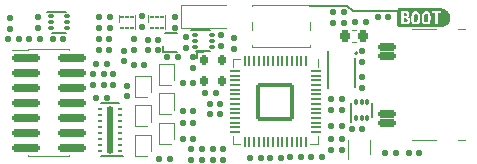
<source format=gbr>
G04 #@! TF.GenerationSoftware,KiCad,Pcbnew,(6.0.2)*
G04 #@! TF.CreationDate,2022-03-09T14:23:31+01:00*
G04 #@! TF.ProjectId,rs-probe,72732d70-726f-4626-952e-6b696361645f,rev?*
G04 #@! TF.SameCoordinates,Original*
G04 #@! TF.FileFunction,Legend,Top*
G04 #@! TF.FilePolarity,Positive*
%FSLAX46Y46*%
G04 Gerber Fmt 4.6, Leading zero omitted, Abs format (unit mm)*
G04 Created by KiCad (PCBNEW (6.0.2)) date 2022-03-09 14:23:31*
%MOMM*%
%LPD*%
G01*
G04 APERTURE LIST*
G04 Aperture macros list*
%AMRoundRect*
0 Rectangle with rounded corners*
0 $1 Rounding radius*
0 $2 $3 $4 $5 $6 $7 $8 $9 X,Y pos of 4 corners*
0 Add a 4 corners polygon primitive as box body*
4,1,4,$2,$3,$4,$5,$6,$7,$8,$9,$2,$3,0*
0 Add four circle primitives for the rounded corners*
1,1,$1+$1,$2,$3*
1,1,$1+$1,$4,$5*
1,1,$1+$1,$6,$7*
1,1,$1+$1,$8,$9*
0 Add four rect primitives between the rounded corners*
20,1,$1+$1,$2,$3,$4,$5,0*
20,1,$1+$1,$4,$5,$6,$7,0*
20,1,$1+$1,$6,$7,$8,$9,0*
20,1,$1+$1,$8,$9,$2,$3,0*%
%AMFreePoly0*
4,1,6,0.175000,-0.100000,-0.225000,-0.100000,-0.225000,-0.025000,-0.050000,0.150000,0.175000,0.150000,0.175000,-0.100000,0.175000,-0.100000,$1*%
%AMFreePoly1*
4,1,6,0.225000,-0.025000,0.225000,-0.100000,-0.175000,-0.100000,-0.175000,0.150000,0.050000,0.150000,0.225000,-0.025000,0.225000,-0.025000,$1*%
G04 Aperture macros list end*
%ADD10C,0.200000*%
%ADD11C,0.265000*%
%ADD12C,0.120000*%
%ADD13C,0.150000*%
%ADD14RoundRect,0.137500X-0.137500X-0.137500X0.137500X-0.137500X0.137500X0.137500X-0.137500X0.137500X0*%
%ADD15RoundRect,0.137500X-0.137500X0.137500X-0.137500X-0.137500X0.137500X-0.137500X0.137500X0.137500X0*%
%ADD16RoundRect,0.185000X-1.015000X-0.185000X1.015000X-0.185000X1.015000X0.185000X-1.015000X0.185000X0*%
%ADD17C,0.650000*%
%ADD18RoundRect,0.150000X0.575000X-0.150000X0.575000X0.150000X-0.575000X0.150000X-0.575000X-0.150000X0*%
%ADD19O,1.450000X0.300000*%
%ADD20O,2.100000X1.000000*%
%ADD21O,1.600000X1.000000*%
%ADD22RoundRect,0.125000X0.200000X0.000000X-0.200000X0.000000X-0.200000X0.000000X0.200000X0.000000X0*%
%ADD23RoundRect,0.125000X0.125000X1.925000X-0.125000X1.925000X-0.125000X-1.925000X0.125000X-1.925000X0*%
%ADD24RoundRect,0.137500X0.137500X-0.137500X0.137500X0.137500X-0.137500X0.137500X-0.137500X-0.137500X0*%
%ADD25RoundRect,0.050000X-0.050000X0.387500X-0.050000X-0.387500X0.050000X-0.387500X0.050000X0.387500X0*%
%ADD26RoundRect,0.050000X-0.387500X0.050000X-0.387500X-0.050000X0.387500X-0.050000X0.387500X0.050000X0*%
%ADD27RoundRect,0.144000X-1.456000X1.456000X-1.456000X-1.456000X1.456000X-1.456000X1.456000X1.456000X0*%
%ADD28R,0.330000X0.270000*%
%ADD29RoundRect,0.137500X0.137500X0.137500X-0.137500X0.137500X-0.137500X-0.137500X0.137500X-0.137500X0*%
%ADD30R,1.100000X1.100000*%
%ADD31FreePoly0,270.000000*%
%ADD32FreePoly1,90.000000*%
%ADD33FreePoly0,90.000000*%
%ADD34FreePoly1,270.000000*%
%ADD35RoundRect,0.120000X0.000000X-0.169706X0.169706X0.000000X0.000000X0.169706X-0.169706X0.000000X0*%
%ADD36RoundRect,0.075000X-0.150000X-0.075000X0.150000X-0.075000X0.150000X0.075000X-0.150000X0.075000X0*%
%ADD37RoundRect,0.062500X0.087500X-0.062500X0.087500X0.062500X-0.087500X0.062500X-0.087500X-0.062500X0*%
%ADD38R,0.940000X0.300000*%
%ADD39R,0.650000X0.850000*%
%ADD40O,0.250000X0.600000*%
%ADD41R,1.600000X0.200000*%
%ADD42RoundRect,0.075000X0.075000X-0.150000X0.075000X0.150000X-0.075000X0.150000X-0.075000X-0.150000X0*%
%ADD43RoundRect,0.218750X0.218750X0.256250X-0.218750X0.256250X-0.218750X-0.256250X0.218750X-0.256250X0*%
%ADD44RoundRect,0.175000X-0.175000X0.275000X-0.175000X-0.275000X0.175000X-0.275000X0.175000X0.275000X0*%
%ADD45R,1.450000X0.700000*%
%ADD46C,1.100000*%
%ADD47C,0.990600*%
G04 APERTURE END LIST*
D10*
X178550000Y-79750000D02*
X182300000Y-79750000D01*
X178100000Y-79300000D02*
X178550000Y-79750000D01*
X174950000Y-79300000D02*
X178100000Y-79300000D01*
D11*
X182400000Y-79650000D02*
X182400000Y-80950000D01*
D12*
X151035000Y-82995000D02*
X151035000Y-83060000D01*
X154565000Y-91940000D02*
X154565000Y-92005000D01*
X151035000Y-82995000D02*
X154565000Y-82995000D01*
X154565000Y-82995000D02*
X154565000Y-83060000D01*
X149710000Y-83060000D02*
X151035000Y-83060000D01*
X151035000Y-92005000D02*
X154565000Y-92005000D01*
X151035000Y-91940000D02*
X151035000Y-92005000D01*
X187500000Y-81300000D02*
X188040000Y-81300000D01*
X183600000Y-81300000D02*
X185600000Y-81300000D01*
X187500000Y-90700000D02*
X188040000Y-90700000D01*
X183600000Y-90700000D02*
X185600000Y-90700000D01*
D13*
X159100000Y-92050000D02*
X157200000Y-92050000D01*
X158800000Y-87550000D02*
X157200000Y-87550000D01*
D12*
X175610000Y-91010000D02*
X174960000Y-91010000D01*
X168390000Y-83790000D02*
X169040000Y-83790000D01*
X175610000Y-90360000D02*
X175610000Y-91010000D01*
X168390000Y-90360000D02*
X168390000Y-91010000D01*
X175610000Y-84440000D02*
X175610000Y-83790000D01*
X168390000Y-91010000D02*
X169040000Y-91010000D01*
X168390000Y-84440000D02*
X168390000Y-83790000D01*
X160150000Y-85200000D02*
X160150000Y-87000000D01*
X161450000Y-86600000D02*
X161450000Y-85200000D01*
X161450000Y-85200000D02*
X160150000Y-85200000D01*
X160150000Y-87000000D02*
X161150000Y-87000000D01*
G36*
X183140644Y-80402156D02*
G01*
X183190412Y-80514789D01*
X183172950Y-80592497D01*
X183128421Y-80639646D01*
X183066429Y-80662347D01*
X182994832Y-80668459D01*
X182941572Y-80666713D01*
X182891804Y-80661474D01*
X182891804Y-80368104D01*
X183007056Y-80368104D01*
X183140644Y-80402156D01*
G37*
G36*
X183981464Y-79952496D02*
G01*
X184032978Y-80032824D01*
X184057426Y-80152442D01*
X184062010Y-80223820D01*
X184063537Y-80300000D01*
X184062010Y-80375962D01*
X184057426Y-80446685D01*
X184032978Y-80566303D01*
X183980591Y-80647504D01*
X183892405Y-80677190D01*
X183803346Y-80647504D01*
X183751832Y-80567176D01*
X183727384Y-80447558D01*
X183722800Y-80376180D01*
X183721272Y-80300000D01*
X183722800Y-80224038D01*
X183727384Y-80153315D01*
X183751832Y-80033697D01*
X183803346Y-79952496D01*
X183892405Y-79922810D01*
X183981464Y-79952496D01*
G37*
G36*
X184854589Y-79952496D02*
G01*
X184906103Y-80032824D01*
X184930551Y-80152442D01*
X184935135Y-80223820D01*
X184936662Y-80300000D01*
X184935135Y-80375962D01*
X184930551Y-80446685D01*
X184906103Y-80566303D01*
X184853716Y-80647504D01*
X184765530Y-80677190D01*
X184676471Y-80647504D01*
X184624957Y-80567176D01*
X184600509Y-80447558D01*
X184595925Y-80376180D01*
X184594397Y-80300000D01*
X184595925Y-80224038D01*
X184600509Y-80153315D01*
X184624957Y-80033697D01*
X184676471Y-79952496D01*
X184765530Y-79922810D01*
X184854589Y-79952496D01*
G37*
G36*
X183047220Y-79939399D02*
G01*
X183096115Y-79956862D01*
X183129294Y-79993533D01*
X183141517Y-80055525D01*
X183099607Y-80154188D01*
X182975624Y-80189986D01*
X182891804Y-80189986D01*
X182891804Y-79942019D01*
X182938952Y-79936780D01*
X182989594Y-79935034D01*
X183047220Y-79939399D01*
G37*
G36*
X186108388Y-79521447D02*
G01*
X186184330Y-79532712D01*
X186258802Y-79551366D01*
X186331088Y-79577231D01*
X186400490Y-79610055D01*
X186466340Y-79649525D01*
X186528005Y-79695258D01*
X186584890Y-79746816D01*
X186636448Y-79803701D01*
X186682182Y-79865366D01*
X186721651Y-79931217D01*
X186754476Y-80000619D01*
X186780340Y-80072905D01*
X186798995Y-80147377D01*
X186810260Y-80223319D01*
X186814027Y-80300000D01*
X186810260Y-80376681D01*
X186798995Y-80452623D01*
X186780340Y-80527095D01*
X186754476Y-80599381D01*
X186721651Y-80668783D01*
X186682182Y-80734634D01*
X186636448Y-80796299D01*
X186584890Y-80853184D01*
X186528005Y-80904742D01*
X186466340Y-80950475D01*
X186400490Y-80989945D01*
X186331088Y-81022769D01*
X186258802Y-81048634D01*
X186184330Y-81067288D01*
X186108388Y-81078553D01*
X186031707Y-81082320D01*
X182385973Y-81082320D01*
X182385973Y-80823875D01*
X182677015Y-80823875D01*
X182752540Y-80837627D01*
X182828939Y-80847449D01*
X182904464Y-80853343D01*
X182977370Y-80855308D01*
X183063591Y-80851160D01*
X183144137Y-80838718D01*
X183216606Y-80816453D01*
X183278598Y-80782838D01*
X183368530Y-80678063D01*
X183393414Y-80604502D01*
X183401709Y-80514789D01*
X183391886Y-80441446D01*
X183362418Y-80371596D01*
X183305447Y-80310478D01*
X183284928Y-80300000D01*
X183502991Y-80300000D01*
X183509267Y-80431132D01*
X183528094Y-80545130D01*
X183559472Y-80641992D01*
X183603401Y-80721719D01*
X183680333Y-80800786D01*
X183777249Y-80848225D01*
X183894151Y-80864039D01*
X184008240Y-80848225D01*
X184103701Y-80800786D01*
X184180536Y-80721719D01*
X184224847Y-80641992D01*
X184256498Y-80545130D01*
X184275489Y-80431132D01*
X184281819Y-80300000D01*
X184376116Y-80300000D01*
X184382392Y-80431132D01*
X184401219Y-80545130D01*
X184432597Y-80641992D01*
X184476526Y-80721719D01*
X184553458Y-80800786D01*
X184650374Y-80848225D01*
X184767276Y-80864039D01*
X184881365Y-80848225D01*
X184976826Y-80800786D01*
X185053661Y-80721719D01*
X185097972Y-80641992D01*
X185129623Y-80545130D01*
X185148614Y-80431132D01*
X185154944Y-80300000D01*
X185148723Y-80168868D01*
X185130060Y-80054870D01*
X185098955Y-79958008D01*
X185088314Y-79938526D01*
X185245749Y-79938526D01*
X185530387Y-79938526D01*
X185530387Y-80841338D01*
X185746922Y-80841338D01*
X185746922Y-79938526D01*
X186031561Y-79938526D01*
X186031561Y-79760409D01*
X185245749Y-79760409D01*
X185245749Y-79938526D01*
X185088314Y-79938526D01*
X185055407Y-79878281D01*
X184978961Y-79799214D01*
X184882335Y-79751775D01*
X184765530Y-79735961D01*
X184652218Y-79751775D01*
X184556756Y-79799214D01*
X184479145Y-79878281D01*
X184434070Y-79958008D01*
X184401873Y-80054870D01*
X184382556Y-80168868D01*
X184376116Y-80300000D01*
X184281819Y-80300000D01*
X184275598Y-80168868D01*
X184256935Y-80054870D01*
X184225830Y-79958008D01*
X184182282Y-79878281D01*
X184105836Y-79799214D01*
X184009210Y-79751775D01*
X183892405Y-79735961D01*
X183779093Y-79751775D01*
X183683631Y-79799214D01*
X183606020Y-79878281D01*
X183560945Y-79958008D01*
X183528748Y-80054870D01*
X183509431Y-80168868D01*
X183502991Y-80300000D01*
X183284928Y-80300000D01*
X183213114Y-80263329D01*
X183313523Y-80169031D01*
X183341681Y-80105293D01*
X183351067Y-80032824D01*
X183335351Y-79931541D01*
X183275979Y-79839863D01*
X183155487Y-79773506D01*
X183067302Y-79754515D01*
X182956415Y-79748185D01*
X182811476Y-79756043D01*
X182677015Y-79774379D01*
X182677015Y-80823875D01*
X182385973Y-80823875D01*
X182385973Y-79517680D01*
X186031707Y-79517680D01*
X186108388Y-79521447D01*
G37*
X164000000Y-79200000D02*
X167850000Y-79200000D01*
X164000000Y-79200000D02*
X164000000Y-81200000D01*
X164000000Y-81200000D02*
X167850000Y-81200000D01*
D13*
X162700000Y-81600000D02*
X163700000Y-81600000D01*
X162500000Y-83200000D02*
X162500000Y-82700000D01*
X162500000Y-83200000D02*
X163700000Y-83200000D01*
X152700000Y-79800000D02*
X154300000Y-79800000D01*
X154300000Y-81600000D02*
X153100000Y-81600000D01*
D12*
X161450000Y-89100000D02*
X161450000Y-87700000D01*
X161450000Y-87700000D02*
X160150000Y-87700000D01*
X160150000Y-89500000D02*
X161150000Y-89500000D01*
X160150000Y-87700000D02*
X160150000Y-89500000D01*
X161255000Y-80700000D02*
X161255000Y-80100000D01*
X162675000Y-81300000D02*
X162675000Y-80100000D01*
X162150000Y-88500000D02*
X163150000Y-88500000D01*
X162150000Y-86700000D02*
X162150000Y-88500000D01*
X163450000Y-88100000D02*
X163450000Y-86700000D01*
X163450000Y-86700000D02*
X162150000Y-86700000D01*
X178150000Y-92300000D02*
X178150000Y-90700000D01*
X180050000Y-91850000D02*
X180050000Y-90700000D01*
D13*
X176450000Y-83150000D02*
X176450000Y-86250000D01*
X178750000Y-83700000D02*
X178750000Y-86200000D01*
D10*
X178950000Y-83300000D02*
G75*
G03*
X178950000Y-83300000I-100000J0D01*
G01*
D13*
X180200000Y-87500000D02*
X180200000Y-88700000D01*
X178400000Y-89100000D02*
X178400000Y-87500000D01*
D12*
X158740000Y-80700000D02*
X158740000Y-80100000D01*
X160160000Y-81300000D02*
X160160000Y-80100000D01*
X160150000Y-90200000D02*
X160150000Y-92000000D01*
X161450000Y-91600000D02*
X161450000Y-90200000D01*
X160150000Y-92000000D02*
X161150000Y-92000000D01*
X161450000Y-90200000D02*
X160150000Y-90200000D01*
X162150000Y-86000000D02*
X163150000Y-86000000D01*
X163450000Y-85600000D02*
X163450000Y-84200000D01*
X163450000Y-84200000D02*
X162150000Y-84200000D01*
X162150000Y-84200000D02*
X162150000Y-86000000D01*
X178812779Y-81340000D02*
X178487221Y-81340000D01*
X178812779Y-82360000D02*
X178487221Y-82360000D01*
X162150000Y-89200000D02*
X162150000Y-91000000D01*
X163450000Y-90600000D02*
X163450000Y-89200000D01*
X162150000Y-91000000D02*
X163150000Y-91000000D01*
X163450000Y-89200000D02*
X162150000Y-89200000D01*
D13*
X165400000Y-83250000D02*
X165400000Y-83700000D01*
X165900000Y-83250000D02*
X165400000Y-83250000D01*
D12*
X174950000Y-80650000D02*
X174950000Y-81350000D01*
X174950000Y-79250000D02*
X170050000Y-79250000D01*
X174950000Y-79250000D02*
X174950000Y-79350000D01*
X174950000Y-82750000D02*
X174950000Y-82650000D01*
X170050000Y-80650000D02*
X170050000Y-81350000D01*
X170050000Y-82750000D02*
X174950000Y-82750000D01*
X170050000Y-79250000D02*
X170050000Y-79350000D01*
X170050000Y-82650000D02*
X170050000Y-82750000D01*
D13*
X166500000Y-83150000D02*
X165300000Y-83150000D01*
X164900000Y-81350000D02*
X166500000Y-81350000D01*
%LPC*%
D14*
X179650000Y-80700000D03*
X178750000Y-80700000D03*
X181550000Y-80250000D03*
X180650000Y-80250000D03*
D15*
X176900000Y-80750000D03*
X176900000Y-79850000D03*
X177800000Y-80750000D03*
X177800000Y-79850000D03*
D16*
X150850000Y-83690000D03*
X154750000Y-83690000D03*
X150850000Y-84960000D03*
X154750000Y-84960000D03*
X150850000Y-86230000D03*
X154750000Y-86230000D03*
X150850000Y-87500000D03*
X154750000Y-87500000D03*
X150850000Y-88770000D03*
X154750000Y-88770000D03*
X150850000Y-90040000D03*
X154750000Y-90040000D03*
X150850000Y-91310000D03*
X154750000Y-91310000D03*
D17*
X182900000Y-83110000D03*
X182900000Y-88890000D03*
D18*
X181455000Y-89250000D03*
X181455000Y-88450000D03*
D19*
X181455000Y-87250000D03*
X181455000Y-86250000D03*
X181455000Y-85750000D03*
X181455000Y-84750000D03*
D18*
X181455000Y-83550000D03*
X181455000Y-82750000D03*
X181455000Y-82750000D03*
X181455000Y-83550000D03*
D19*
X181455000Y-84250000D03*
X181455000Y-85250000D03*
X181455000Y-86750000D03*
X181455000Y-87750000D03*
D18*
X181455000Y-88450000D03*
X181455000Y-89250000D03*
D20*
X182370000Y-90320000D03*
X182370000Y-81680000D03*
D21*
X186550000Y-90320000D03*
X186550000Y-81680000D03*
D22*
X158825000Y-91550000D03*
X158825000Y-91050000D03*
X158825000Y-90550000D03*
X158825000Y-90050000D03*
X158825000Y-89550000D03*
X158825000Y-89050000D03*
X158825000Y-88550000D03*
X158825000Y-88050000D03*
X157175000Y-88050000D03*
X157175000Y-88550000D03*
X157175000Y-89050000D03*
X157175000Y-89550000D03*
X157175000Y-90050000D03*
X157175000Y-90550000D03*
X157175000Y-91050000D03*
X157175000Y-91550000D03*
D23*
X158000000Y-89800000D03*
D14*
X156575000Y-85100000D03*
X157475000Y-85100000D03*
D24*
X179300000Y-84050000D03*
X179300000Y-83150000D03*
D25*
X174600000Y-83962500D03*
X174200000Y-83962500D03*
X173800000Y-83962500D03*
X173400000Y-83962500D03*
X173000000Y-83962500D03*
X172600000Y-83962500D03*
X172200000Y-83962500D03*
X171800000Y-83962500D03*
X171400000Y-83962500D03*
X171000000Y-83962500D03*
X170600000Y-83962500D03*
X170200000Y-83962500D03*
X169800000Y-83962500D03*
X169400000Y-83962500D03*
D26*
X168562500Y-84800000D03*
X168562500Y-85200000D03*
X168562500Y-85600000D03*
X168562500Y-86000000D03*
X168562500Y-86400000D03*
X168562500Y-86800000D03*
X168562500Y-87200000D03*
X168562500Y-87600000D03*
X168562500Y-88000000D03*
X168562500Y-88400000D03*
X168562500Y-88800000D03*
X168562500Y-89200000D03*
X168562500Y-89600000D03*
X168562500Y-90000000D03*
D25*
X169400000Y-90837500D03*
X169800000Y-90837500D03*
X170200000Y-90837500D03*
X170600000Y-90837500D03*
X171000000Y-90837500D03*
X171400000Y-90837500D03*
X171800000Y-90837500D03*
X172200000Y-90837500D03*
X172600000Y-90837500D03*
X173000000Y-90837500D03*
X173400000Y-90837500D03*
X173800000Y-90837500D03*
X174200000Y-90837500D03*
X174600000Y-90837500D03*
D26*
X175437500Y-90000000D03*
X175437500Y-89600000D03*
X175437500Y-89200000D03*
X175437500Y-88800000D03*
X175437500Y-88400000D03*
X175437500Y-88000000D03*
X175437500Y-87600000D03*
X175437500Y-87200000D03*
X175437500Y-86800000D03*
X175437500Y-86400000D03*
X175437500Y-86000000D03*
X175437500Y-85600000D03*
X175437500Y-85200000D03*
X175437500Y-84800000D03*
D27*
X172000000Y-87400000D03*
D15*
X165000000Y-83650000D03*
X165000000Y-84550000D03*
D28*
X161140000Y-86600000D03*
X161140000Y-86100000D03*
X161140000Y-85600000D03*
X160460000Y-85600000D03*
X160460000Y-86100000D03*
X160460000Y-86600000D03*
D29*
X172450000Y-92200000D03*
X171550000Y-92200000D03*
D30*
X164800000Y-80200000D03*
X167600000Y-80200000D03*
D14*
X162850000Y-83650000D03*
X163750000Y-83650000D03*
D24*
X168500000Y-82950000D03*
X168500000Y-82050000D03*
D14*
X164150000Y-85800000D03*
X165050000Y-85800000D03*
D24*
X164900000Y-92350000D03*
X164900000Y-91450000D03*
D29*
X157475000Y-86000000D03*
X156575000Y-86000000D03*
D14*
X164150000Y-89200000D03*
X165050000Y-89200000D03*
D29*
X162100000Y-82200000D03*
X161200000Y-82200000D03*
X166950000Y-86700000D03*
X166050000Y-86700000D03*
D31*
X162850000Y-82875000D03*
D32*
X163550000Y-82875000D03*
D33*
X163550000Y-81925000D03*
D34*
X162850000Y-81925000D03*
D35*
X163200000Y-82400000D03*
D36*
X153000000Y-80200000D03*
X153000000Y-80700000D03*
X153000000Y-81200000D03*
X154400000Y-81200000D03*
X154400000Y-80700000D03*
X154400000Y-80200000D03*
D28*
X161140000Y-89100000D03*
X161140000Y-88600000D03*
X161140000Y-88100000D03*
X160460000Y-88100000D03*
X160460000Y-88600000D03*
X160460000Y-89100000D03*
D29*
X170750000Y-92200000D03*
X169850000Y-92200000D03*
D14*
X157050000Y-82100000D03*
X157950000Y-82100000D03*
D24*
X164400000Y-82850000D03*
X164400000Y-81950000D03*
D15*
X158000000Y-80250000D03*
X158000000Y-81150000D03*
X163500000Y-80250000D03*
X163500000Y-81150000D03*
X167400000Y-81800000D03*
X167400000Y-82700000D03*
D14*
X162150000Y-92300000D03*
X163050000Y-92300000D03*
X178450000Y-89700000D03*
X179350000Y-89700000D03*
D37*
X161565000Y-81175000D03*
X161965000Y-81175000D03*
X162365000Y-81175000D03*
X162365000Y-80225000D03*
X161965000Y-80225000D03*
X161565000Y-80225000D03*
D38*
X161965000Y-80700000D03*
D15*
X160700000Y-80200000D03*
X160700000Y-81100000D03*
D24*
X159200000Y-84000000D03*
X159200000Y-83100000D03*
D29*
X183300000Y-91750000D03*
X184200000Y-91750000D03*
D24*
X160050000Y-83000000D03*
X160050000Y-82100000D03*
D28*
X163140000Y-88100000D03*
X163140000Y-87600000D03*
X163140000Y-87100000D03*
X162460000Y-87100000D03*
X162460000Y-87600000D03*
X162460000Y-88100000D03*
D39*
X179525000Y-92225000D03*
X178675000Y-92225000D03*
X178675000Y-90775000D03*
X179525000Y-90775000D03*
D14*
X176750000Y-89500000D03*
X177650000Y-89500000D03*
X157050000Y-83000000D03*
X157950000Y-83000000D03*
D40*
X178350000Y-83350000D03*
X177850000Y-83350000D03*
X177350000Y-83350000D03*
X176850000Y-83350000D03*
X176850000Y-86050000D03*
X177350000Y-86050000D03*
X177850000Y-86050000D03*
X178350000Y-86050000D03*
D41*
X177600000Y-84700000D03*
D15*
X157100000Y-80250000D03*
X157100000Y-81150000D03*
D24*
X159400000Y-86950000D03*
X159400000Y-86050000D03*
D42*
X178800000Y-88800000D03*
X179300000Y-88800000D03*
X179800000Y-88800000D03*
X179800000Y-87400000D03*
X179300000Y-87400000D03*
X178800000Y-87400000D03*
D29*
X152050000Y-82100000D03*
X151150000Y-82100000D03*
D14*
X164150000Y-90600000D03*
X165050000Y-90600000D03*
D15*
X149500000Y-80350000D03*
X149500000Y-81250000D03*
D37*
X159050000Y-81175000D03*
X159450000Y-81175000D03*
X159850000Y-81175000D03*
X159850000Y-80225000D03*
X159450000Y-80225000D03*
X159050000Y-80225000D03*
D38*
X159450000Y-80700000D03*
D28*
X161140000Y-91600000D03*
X161140000Y-91100000D03*
X161140000Y-90600000D03*
X160460000Y-90600000D03*
X160460000Y-91100000D03*
X160460000Y-91600000D03*
D29*
X174150000Y-92100000D03*
X173250000Y-92100000D03*
X177650000Y-91500000D03*
X176750000Y-91500000D03*
D28*
X163140000Y-85600000D03*
X163140000Y-85100000D03*
X163140000Y-84600000D03*
X162460000Y-84600000D03*
X162460000Y-85100000D03*
X162460000Y-85600000D03*
D24*
X167600000Y-92350000D03*
X167600000Y-91450000D03*
D29*
X167350000Y-88500000D03*
X166450000Y-88500000D03*
X162100000Y-83050000D03*
X161200000Y-83050000D03*
D14*
X176750000Y-87200000D03*
X177650000Y-87200000D03*
D29*
X157750000Y-87100000D03*
X156850000Y-87100000D03*
D14*
X164150000Y-88200000D03*
X165050000Y-88200000D03*
X176750000Y-90600000D03*
X177650000Y-90600000D03*
D24*
X179300000Y-86250000D03*
X179300000Y-85350000D03*
D29*
X160900000Y-84350000D03*
X160000000Y-84350000D03*
D14*
X156850000Y-84200000D03*
X157750000Y-84200000D03*
X153150000Y-82100000D03*
X154050000Y-82100000D03*
D24*
X165800000Y-92350000D03*
X165800000Y-91450000D03*
D43*
X179437500Y-81850000D03*
X177862500Y-81850000D03*
D29*
X175950000Y-92100000D03*
X175050000Y-92100000D03*
D28*
X163140000Y-90600000D03*
X163140000Y-90100000D03*
X163140000Y-89600000D03*
X162460000Y-89600000D03*
X162460000Y-90100000D03*
X162460000Y-90600000D03*
D15*
X151900000Y-80250000D03*
X151900000Y-81150000D03*
D29*
X167350000Y-87600000D03*
X166450000Y-87600000D03*
D44*
X165950000Y-83900000D03*
X165950000Y-85700000D03*
X167450000Y-85675000D03*
X167450000Y-83925000D03*
D29*
X182200000Y-91750000D03*
X181300000Y-91750000D03*
D45*
X175080000Y-80000000D03*
X169920000Y-80000000D03*
X169920000Y-82000000D03*
X175080000Y-82000000D03*
D24*
X166700000Y-92350000D03*
X166700000Y-91450000D03*
D15*
X158250000Y-85100000D03*
X158250000Y-86000000D03*
D14*
X176750000Y-88100000D03*
X177650000Y-88100000D03*
D36*
X165200000Y-81750000D03*
X165200000Y-82250000D03*
X165200000Y-82750000D03*
X166600000Y-82750000D03*
X166600000Y-82250000D03*
X166600000Y-81750000D03*
D29*
X150300000Y-82100000D03*
X149400000Y-82100000D03*
D46*
X148500000Y-80000000D03*
X148500000Y-81500000D03*
X148500000Y-83000000D03*
X148500000Y-84500000D03*
X148500000Y-86000000D03*
X148500000Y-87500000D03*
X148500000Y-89000000D03*
X148500000Y-90500000D03*
X148500000Y-92000000D03*
X179000000Y-79000000D03*
X180500000Y-79000000D03*
X182000000Y-79000000D03*
X182000000Y-93000000D03*
X180500000Y-93000000D03*
D47*
X155640000Y-79784000D03*
X155640000Y-81816000D03*
X150560000Y-80800000D03*
M02*

</source>
